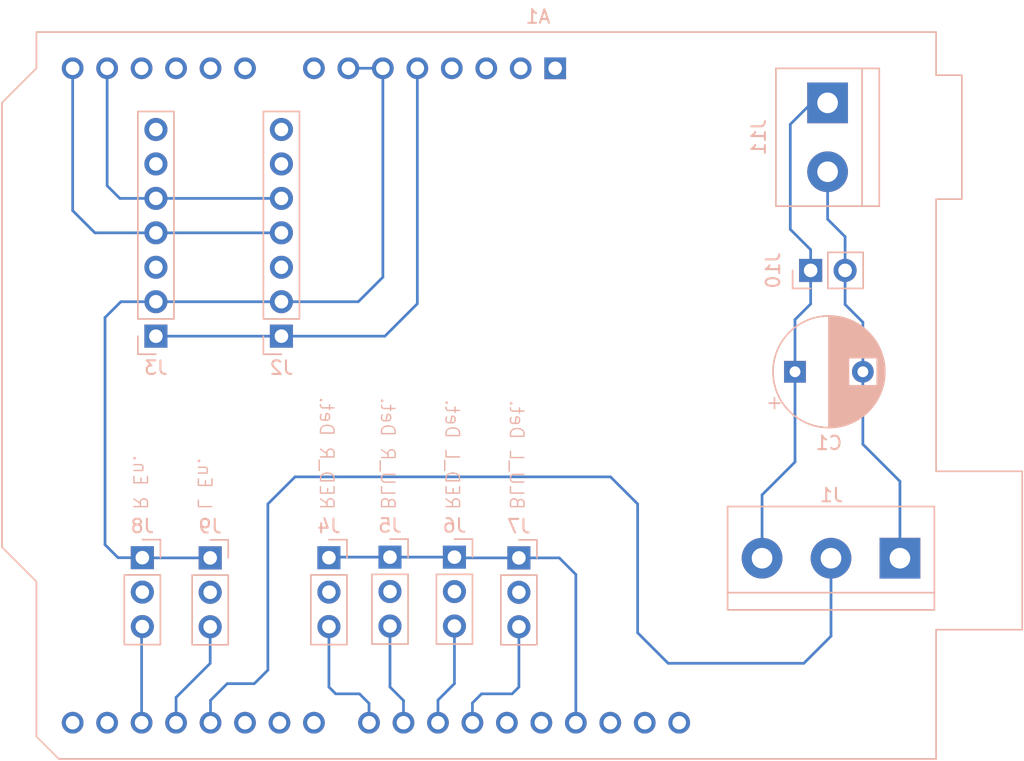
<source format=kicad_pcb>
(kicad_pcb (version 20240108) (generator "pcbnew") (generator_version "8.0")
  (layers (0 "F.Cu" signal) (31 "B.Cu" signal) (34 "B.Paste" user) (35 "F.Paste" user) (36 "B.SilkS" user "B.Silkscreen") (37 "F.SilkS" user "F.Silkscreen") (38 "B.Mask" user) (39 "F.Mask" user) (44 "Edge.Cuts" user))
  (net 0 "")
  (net 3 "RR_PIN")
  (net 6 "GND")
  (net 9 "NEO_DATA")
  (net 10 "SCL")
  (net 11 "5v")
  (net 18 "SDA")
  (net 19 "RL_PIN")
  (net 23 "BR_PIN")
  (net 25 "REN_PIN")
  (net 26 "LEN_PIN")
  (net 28 "BL_PIN")
  (net 37 "5v_EXT")
  (net 44 "GND_EXT")
  (footprint "Connector_PinHeader_2.54mm:PinHeader_1x03_P2.54mm_Vertical" (layer "B.Cu") (at 77.5 86.46 180)
    (property "Reference" "J4" (at 0 2.33 0) (layer "B.SilkS") (effects (justify mirror)))
    (property "Value" "Red_Right_Detect_Pin")
    (fp_line (start 1.33 -1.27) (end -1.33 -1.27) (stroke (width 0.12)) (layer "B.SilkS"))
    (fp_line (start 1.33 -6.41) (end 1.33 -1.27) (stroke (width 0.12)) (layer "B.SilkS"))
    (fp_line (start 1.33 -6.41) (end -1.33 -6.41) (stroke (width 0.12)) (layer "B.SilkS"))
    (fp_line (start 0 1.33) (end -1.33 1.33) (stroke (width 0.12)) (layer "B.SilkS"))
    (fp_line (start -1.33 1.33) (end -1.33 0) (stroke (width 0.12)) (layer "B.SilkS"))
    (fp_line (start -1.33 -6.41) (end -1.33 -1.27) (stroke (width 0.12)) (layer "B.SilkS"))
    (pad "1" thru_hole rect (at 0 0 180) (size 1.7 1.7) (drill 1) (layers "*.Cu" "*.Mask") (net 6 "GND"))
    (pad "2" thru_hole oval (at 0 -2.54 180) (size 1.7 1.7) (drill 1) (layers "*.Cu" "*.Mask"))
    (pad "3" thru_hole oval (at 0 -5.08 180) (size 1.7 1.7) (drill 1) (layers "*.Cu" "*.Mask") (net 3 "RR_PIN"))
  )
  (footprint "Module:Arduino_UNO_R3_WithMountingHoles" (layer "B.Cu") (at 94.175 50.37 180)
    (property "Reference" "A1" (at 1.27 3.81 0) (layer "B.SilkS") (effects (justify mirror)))
    (property "Value" "Arduino_UNO_R3")
    (fp_line (start 40.77 -2.54) (end 40.77 -35.31) (stroke (width 0.12)) (layer "B.SilkS"))
    (fp_line (start 40.77 -35.31) (end 38.23 -37.85) (stroke (width 0.12)) (layer "B.SilkS"))
    (fp_line (start 38.23 2.67) (end 38.23 0) (stroke (width 0.12)) (layer "B.SilkS"))
    (fp_line (start 38.23 0) (end 40.77 -2.54) (stroke (width 0.12)) (layer "B.SilkS"))
    (fp_line (start 38.23 -37.85) (end 38.23 -49.28) (stroke (width 0.12)) (layer "B.SilkS"))
    (fp_line (start 38.23 -49.28) (end 36.58 -50.93) (stroke (width 0.12)) (layer "B.SilkS"))
    (fp_line (start 36.58 -50.93) (end -28.07 -50.93) (stroke (width 0.12)) (layer "B.SilkS"))
    (fp_line (start -28.07 2.67) (end 38.23 2.67) (stroke (width 0.12)) (layer "B.SilkS"))
    (fp_line (start -28.07 -0.51) (end -28.07 2.67) (stroke (width 0.12)) (layer "B.SilkS"))
    (fp_line (start -28.07 -9.65) (end -29.97 -9.65) (stroke (width 0.12)) (layer "B.SilkS"))
    (fp_line (start -28.07 -29.72) (end -28.07 -9.65) (stroke (width 0.12)) (layer "B.SilkS"))
    (fp_line (start -28.07 -41.4) (end -34.42 -41.4) (stroke (width 0.12)) (layer "B.SilkS"))
    (fp_line (start -28.07 -50.93) (end -28.07 -41.4) (stroke (width 0.12)) (layer "B.SilkS"))
    (fp_line (start -29.97 -0.51) (end -28.07 -0.51) (stroke (width 0.12)) (layer "B.SilkS"))
    (fp_line (start -29.97 -9.65) (end -29.97 -0.51) (stroke (width 0.12)) (layer "B.SilkS"))
    (fp_line (start -34.42 -29.72) (end -28.07 -29.72) (stroke (width 0.12)) (layer "B.SilkS"))
    (fp_line (start -34.42 -41.4) (end -34.42 -29.72) (stroke (width 0.12)) (layer "B.SilkS"))
    (pad "" np_thru_hole circle (at -13.97 0 90) (size 3.2 3.2) (drill 3.2) (layers "*.Cu" "*.Mask"))
    (pad "" np_thru_hole circle (at -12.7 -48.26 90) (size 3.2 3.2) (drill 3.2) (layers "*.Cu" "*.Mask"))
    (pad "" np_thru_hole circle (at 38.1 -33.02 90) (size 3.2 3.2) (drill 3.2) (layers "*.Cu" "*.Mask"))
    (pad "" np_thru_hole circle (at 38.1 -5.08 90) (size 3.2 3.2) (drill 3.2) (layers "*.Cu" "*.Mask"))
    (pad "1" thru_hole rect (at 0 0 90) (size 1.6 1.6) (drill 1) (layers "*.Cu" "*.Mask"))
    (pad "2" thru_hole oval (at 2.54 0 90) (size 1.6 1.6) (drill 1) (layers "*.Cu" "*.Mask"))
    (pad "3" thru_hole oval (at 5.08 0 90) (size 1.6 1.6) (drill 1) (layers "*.Cu" "*.Mask"))
    (pad "4" thru_hole oval (at 7.62 0 90) (size 1.6 1.6) (drill 1) (layers "*.Cu" "*.Mask"))
    (pad "5" thru_hole oval (at 10.16 0 90) (size 1.6 1.6) (drill 1) (layers "*.Cu" "*.Mask") (net 11 "5v"))
    (pad "6" thru_hole oval (at 12.7 0 90) (size 1.6 1.6) (drill 1) (layers "*.Cu" "*.Mask") (net 6 "GND"))
    (pad "7" thru_hole oval (at 15.24 0 90) (size 1.6 1.6) (drill 1) (layers "*.Cu" "*.Mask") (net 6 "GND"))
    (pad "8" thru_hole oval (at 17.78 0 90) (size 1.6 1.6) (drill 1) (layers "*.Cu" "*.Mask"))
    (pad "9" thru_hole oval (at 22.86 0 90) (size 1.6 1.6) (drill 1) (layers "*.Cu" "*.Mask"))
    (pad "10" thru_hole oval (at 25.4 0 90) (size 1.6 1.6) (drill 1) (layers "*.Cu" "*.Mask"))
    (pad "11" thru_hole oval (at 27.94 0 90) (size 1.6 1.6) (drill 1) (layers "*.Cu" "*.Mask"))
    (pad "12" thru_hole oval (at 30.48 0 90) (size 1.6 1.6) (drill 1) (layers "*.Cu" "*.Mask"))
    (pad "13" thru_hole oval (at 33.02 0 90) (size 1.6 1.6) (drill 1) (layers "*.Cu" "*.Mask") (net 18 "SDA"))
    (pad "14" thru_hole oval (at 35.56 0 90) (size 1.6 1.6) (drill 1) (layers "*.Cu" "*.Mask") (net 10 "SCL"))
    (pad "15" thru_hole oval (at 35.56 -48.26 90) (size 1.6 1.6) (drill 1) (layers "*.Cu" "*.Mask"))
    (pad "16" thru_hole oval (at 33.02 -48.26 90) (size 1.6 1.6) (drill 1) (layers "*.Cu" "*.Mask"))
    (pad "17" thru_hole oval (at 30.48 -48.26 90) (size 1.6 1.6) (drill 1) (layers "*.Cu" "*.Mask") (net 25 "REN_PIN"))
    (pad "18" thru_hole oval (at 27.94 -48.26 90) (size 1.6 1.6) (drill 1) (layers "*.Cu" "*.Mask") (net 26 "LEN_PIN"))
    (pad "19" thru_hole oval (at 25.4 -48.26 90) (size 1.6 1.6) (drill 1) (layers "*.Cu" "*.Mask") (net 9 "NEO_DATA"))
    (pad "20" thru_hole oval (at 22.86 -48.26 90) (size 1.6 1.6) (drill 1) (layers "*.Cu" "*.Mask"))
    (pad "21" thru_hole oval (at 20.32 -48.26 90) (size 1.6 1.6) (drill 1) (layers "*.Cu" "*.Mask"))
    (pad "22" thru_hole oval (at 17.78 -48.26 90) (size 1.6 1.6) (drill 1) (layers "*.Cu" "*.Mask"))
    (pad "23" thru_hole oval (at 13.72 -48.26 90) (size 1.6 1.6) (drill 1) (layers "*.Cu" "*.Mask") (net 3 "RR_PIN"))
    (pad "24" thru_hole oval (at 11.18 -48.26 90) (size 1.6 1.6) (drill 1) (layers "*.Cu" "*.Mask") (net 23 "BR_PIN"))
    (pad "25" thru_hole oval (at 8.64 -48.26 90) (size 1.6 1.6) (drill 1) (layers "*.Cu" "*.Mask") (net 19 "RL_PIN"))
    (pad "26" thru_hole oval (at 6.1 -48.26 90) (size 1.6 1.6) (drill 1) (layers "*.Cu" "*.Mask") (net 28 "BL_PIN"))
    (pad "27" thru_hole oval (at 3.56 -48.26 90) (size 1.6 1.6) (drill 1) (layers "*.Cu" "*.Mask"))
    (pad "28" thru_hole oval (at 1.02 -48.26 90) (size 1.6 1.6) (drill 1) (layers "*.Cu" "*.Mask"))
    (pad "29" thru_hole oval (at -1.52 -48.26 90) (size 1.6 1.6) (drill 1) (layers "*.Cu" "*.Mask") (net 6 "GND"))
    (pad "30" thru_hole oval (at -4.06 -48.26 90) (size 1.6 1.6) (drill 1) (layers "*.Cu" "*.Mask"))
    (pad "31" thru_hole oval (at -6.6 -48.26 90) (size 1.6 1.6) (drill 1) (layers "*.Cu" "*.Mask"))
    (pad "32" thru_hole oval (at -9.14 -48.26 90) (size 1.6 1.6) (drill 1) (layers "*.Cu" "*.Mask"))
  )
  (footprint "Connector_PinHeader_2.54mm:PinHeader_1x03_P2.54mm_Vertical" (layer "B.Cu") (at 63.75 86.46 180)
    (property "Reference" "J8" (at 0 2.33 360) (layer "B.SilkS") (effects (justify mirror)))
    (property "Value" "Right_Enable_Pin")
    (fp_line (start 1.33 -1.27) (end -1.33 -1.27) (stroke (width 0.12)) (layer "B.SilkS"))
    (fp_line (start 1.33 -6.41) (end 1.33 -1.27) (stroke (width 0.12)) (layer "B.SilkS"))
    (fp_line (start 1.33 -6.41) (end -1.33 -6.41) (stroke (width 0.12)) (layer "B.SilkS"))
    (fp_line (start 0 1.33) (end -1.33 1.33) (stroke (width 0.12)) (layer "B.SilkS"))
    (fp_line (start -1.33 1.33) (end -1.33 0) (stroke (width 0.12)) (layer "B.SilkS"))
    (fp_line (start -1.33 -6.41) (end -1.33 -1.27) (stroke (width 0.12)) (layer "B.SilkS"))
    (pad "1" thru_hole rect (at 0 0 180) (size 1.7 1.7) (drill 1) (layers "*.Cu" "*.Mask") (net 6 "GND"))
    (pad "2" thru_hole oval (at 0 -2.54 180) (size 1.7 1.7) (drill 1) (layers "*.Cu" "*.Mask"))
    (pad "3" thru_hole oval (at 0 -5.08 180) (size 1.7 1.7) (drill 1) (layers "*.Cu" "*.Mask") (net 25 "REN_PIN"))
  )
  (footprint "Connector_PinHeader_2.54mm:PinHeader_1x07_P2.54mm_Vertical" (layer "B.Cu") (at 64.75 70.125)
    (property "Reference" "J3" (at 0 2.33 360) (layer "B.SilkS") (effects (justify mirror)))
    (property "Value" "Right_Colour_Sensor")
    (fp_line (start -1.33 -16.57) (end -1.33 -1.27) (stroke (width 0.12)) (layer "B.SilkS"))
    (fp_line (start -1.33 1.33) (end -1.33 0) (stroke (width 0.12)) (layer "B.SilkS"))
    (fp_line (start 0 1.33) (end -1.33 1.33) (stroke (width 0.12)) (layer "B.SilkS"))
    (fp_line (start 1.33 -16.57) (end -1.33 -16.57) (stroke (width 0.12)) (layer "B.SilkS"))
    (fp_line (start 1.33 -16.57) (end 1.33 -1.27) (stroke (width 0.12)) (layer "B.SilkS"))
    (fp_line (start 1.33 -1.27) (end -1.33 -1.27) (stroke (width 0.12)) (layer "B.SilkS"))
    (pad "1" thru_hole rect (at 0 0) (size 1.7 1.7) (drill 1) (layers "*.Cu" "*.Mask") (net 11 "5v"))
    (pad "2" thru_hole oval (at 0 -2.54) (size 1.7 1.7) (drill 1) (layers "*.Cu" "*.Mask") (net 6 "GND"))
    (pad "3" thru_hole oval (at 0 -5.08) (size 1.7 1.7) (drill 1) (layers "*.Cu" "*.Mask"))
    (pad "4" thru_hole oval (at 0 -7.62) (size 1.7 1.7) (drill 1) (layers "*.Cu" "*.Mask") (net 10 "SCL"))
    (pad "5" thru_hole oval (at 0 -10.16) (size 1.7 1.7) (drill 1) (layers "*.Cu" "*.Mask") (net 18 "SDA"))
    (pad "6" thru_hole oval (at 0 -12.7) (size 1.7 1.7) (drill 1) (layers "*.Cu" "*.Mask"))
    (pad "7" thru_hole oval (at 0 -15.24) (size 1.7 1.7) (drill 1) (layers "*.Cu" "*.Mask"))
  )
  (footprint "Connector_PinHeader_2.54mm:PinHeader_1x03_P2.54mm_Vertical" (layer "B.Cu") (at 91.5 86.475 180)
    (property "Reference" "J7" (at 0 2.33 0) (layer "B.SilkS") (effects (justify mirror)))
    (property "Value" "Blue_Left_Detect_Pin")
    (fp_line (start 1.33 -1.27) (end -1.33 -1.27) (stroke (width 0.12)) (layer "B.SilkS"))
    (fp_line (start 1.33 -6.41) (end 1.33 -1.27) (stroke (width 0.12)) (layer "B.SilkS"))
    (fp_line (start 1.33 -6.41) (end -1.33 -6.41) (stroke (width 0.12)) (layer "B.SilkS"))
    (fp_line (start 0 1.33) (end -1.33 1.33) (stroke (width 0.12)) (layer "B.SilkS"))
    (fp_line (start -1.33 1.33) (end -1.33 0) (stroke (width 0.12)) (layer "B.SilkS"))
    (fp_line (start -1.33 -6.41) (end -1.33 -1.27) (stroke (width 0.12)) (layer "B.SilkS"))
    (pad "1" thru_hole rect (at 0 0 180) (size 1.7 1.7) (drill 1) (layers "*.Cu" "*.Mask") (net 6 "GND"))
    (pad "2" thru_hole oval (at 0 -2.54 180) (size 1.7 1.7) (drill 1) (layers "*.Cu" "*.Mask"))
    (pad "3" thru_hole oval (at 0 -5.08 180) (size 1.7 1.7) (drill 1) (layers "*.Cu" "*.Mask") (net 28 "BL_PIN"))
  )
  (footprint "Connector_PinHeader_2.54mm:PinHeader_1x07_P2.54mm_Vertical" (layer "B.Cu") (at 74 70.125)
    (property "Reference" "J2" (at 0 2.33 360) (layer "B.SilkS") (effects (justify mirror)))
    (property "Value" "Left_Colour_Sensor")
    (fp_line (start -1.33 -16.57) (end -1.33 -1.27) (stroke (width 0.12)) (layer "B.SilkS"))
    (fp_line (start -1.33 1.33) (end -1.33 0) (stroke (width 0.12)) (layer "B.SilkS"))
    (fp_line (start 0 1.33) (end -1.33 1.33) (stroke (width 0.12)) (layer "B.SilkS"))
    (fp_line (start 1.33 -16.57) (end -1.33 -16.57) (stroke (width 0.12)) (layer "B.SilkS"))
    (fp_line (start 1.33 -16.57) (end 1.33 -1.27) (stroke (width 0.12)) (layer "B.SilkS"))
    (fp_line (start 1.33 -1.27) (end -1.33 -1.27) (stroke (width 0.12)) (layer "B.SilkS"))
    (pad "1" thru_hole rect (at 0 0) (size 1.7 1.7) (drill 1) (layers "*.Cu" "*.Mask") (net 11 "5v"))
    (pad "2" thru_hole oval (at 0 -2.54) (size 1.7 1.7) (drill 1) (layers "*.Cu" "*.Mask") (net 6 "GND"))
    (pad "3" thru_hole oval (at 0 -5.08) (size 1.7 1.7) (drill 1) (layers "*.Cu" "*.Mask"))
    (pad "4" thru_hole oval (at 0 -7.62) (size 1.7 1.7) (drill 1) (layers "*.Cu" "*.Mask") (net 10 "SCL"))
    (pad "5" thru_hole oval (at 0 -10.16) (size 1.7 1.7) (drill 1) (layers "*.Cu" "*.Mask") (net 18 "SDA"))
    (pad "6" thru_hole oval (at 0 -12.7) (size 1.7 1.7) (drill 1) (layers "*.Cu" "*.Mask"))
    (pad "7" thru_hole oval (at 0 -15.24) (size 1.7 1.7) (drill 1) (layers "*.Cu" "*.Mask"))
  )
  (footprint "Connector_PinHeader_2.54mm:PinHeader_1x03_P2.54mm_Vertical" (layer "B.Cu") (at 86.75 86.42 180)
    (property "Reference" "J6" (at 0 2.33 0) (layer "B.SilkS") (effects (justify mirror)))
    (property "Value" "Red_Left_Detect_Pin")
    (fp_line (start 1.33 -1.27) (end -1.33 -1.27) (stroke (width 0.12)) (layer "B.SilkS"))
    (fp_line (start 1.33 -6.41) (end 1.33 -1.27) (stroke (width 0.12)) (layer "B.SilkS"))
    (fp_line (start 1.33 -6.41) (end -1.33 -6.41) (stroke (width 0.12)) (layer "B.SilkS"))
    (fp_line (start 0 1.33) (end -1.33 1.33) (stroke (width 0.12)) (layer "B.SilkS"))
    (fp_line (start -1.33 1.33) (end -1.33 0) (stroke (width 0.12)) (layer "B.SilkS"))
    (fp_line (start -1.33 -6.41) (end -1.33 -1.27) (stroke (width 0.12)) (layer "B.SilkS"))
    (pad "1" thru_hole rect (at 0 0 180) (size 1.7 1.7) (drill 1) (layers "*.Cu" "*.Mask") (net 6 "GND"))
    (pad "2" thru_hole oval (at 0 -2.54 180) (size 1.7 1.7) (drill 1) (layers "*.Cu" "*.Mask"))
    (pad "3" thru_hole oval (at 0 -5.08 180) (size 1.7 1.7) (drill 1) (layers "*.Cu" "*.Mask") (net 19 "RL_PIN"))
  )
  (footprint "Connector_PinHeader_2.54mm:PinHeader_1x03_P2.54mm_Vertical" (layer "B.Cu") (at 82 86.42 180)
    (property "Reference" "J5" (at 0 2.33 0) (layer "B.SilkS") (effects (justify mirror)))
    (property "Value" "Blue_Right_Detect_Pin")
    (fp_line (start 1.33 -1.27) (end -1.33 -1.27) (stroke (width 0.12)) (layer "B.SilkS"))
    (fp_line (start 1.33 -6.41) (end 1.33 -1.27) (stroke (width 0.12)) (layer "B.SilkS"))
    (fp_line (start 1.33 -6.41) (end -1.33 -6.41) (stroke (width 0.12)) (layer "B.SilkS"))
    (fp_line (start 0 1.33) (end -1.33 1.33) (stroke (width 0.12)) (layer "B.SilkS"))
    (fp_line (start -1.33 1.33) (end -1.33 0) (stroke (width 0.12)) (layer "B.SilkS"))
    (fp_line (start -1.33 -6.41) (end -1.33 -1.27) (stroke (width 0.12)) (layer "B.SilkS"))
    (pad "1" thru_hole rect (at 0 0 180) (size 1.7 1.7) (drill 1) (layers "*.Cu" "*.Mask") (net 6 "GND"))
    (pad "2" thru_hole oval (at 0 -2.54 180) (size 1.7 1.7) (drill 1) (layers "*.Cu" "*.Mask"))
    (pad "3" thru_hole oval (at 0 -5.08 180) (size 1.7 1.7) (drill 1) (layers "*.Cu" "*.Mask") (net 23 "BR_PIN"))
  )
  (footprint "TerminalBlock:TerminalBlock_bornier-3_P5.08mm" (layer "B.Cu") (at 119.58 86.5 180)
    (property "Reference" "J1" (at 5.05 4.65 360) (layer "B.SilkS") (effects (justify mirror)))
    (property "Value" "LED_Strip")
    (fp_line (start 12.7 3.81) (end 12.7 -3.81) (stroke (width 0.12)) (layer "B.SilkS"))
    (fp_line (start 12.7 3.81) (end -2.54 3.81) (stroke (width 0.12)) (layer "B.SilkS"))
    (fp_line (start 12.7 -2.54) (end -2.54 -2.54) (stroke (width 0.12)) (layer "B.SilkS"))
    (fp_line (start 12.7 -3.81) (end -2.54 -3.81) (stroke (width 0.12)) (layer "B.SilkS"))
    (fp_line (start -2.54 3.81) (end -2.54 -3.81) (stroke (width 0.12)) (layer "B.SilkS"))
    (pad "1" thru_hole rect (at 0 0 180) (size 3 3) (drill 1.52) (layers "*.Cu" "*.Mask") (net 44 "GND_EXT"))
    (pad "2" thru_hole circle (at 5.08 0 180) (size 3 3) (drill 1.52) (layers "*.Cu" "*.Mask") (net 9 "NEO_DATA"))
    (pad "3" thru_hole circle (at 10.16 0 180) (size 3 3) (drill 1.52) (layers "*.Cu" "*.Mask") (net 37 "5v_EXT"))
  )
  (footprint "TerminalBlock:TerminalBlock_bornier-2_P5.08mm" (layer "B.Cu") (at 114.25 52.92 -90)
    (property "Reference" "J11" (at 2.54 5.08 90) (layer "B.SilkS") (effects (justify mirror)))
    (property "Value" "Arduino_Strip_Vin_Terminal")
    (fp_line (start -2.54 3.81) (end 7.62 3.81) (stroke (width 0.12)) (layer "B.SilkS"))
    (fp_line (start 7.62 3.81) (end 7.62 -3.81) (stroke (width 0.12)) (layer "B.SilkS"))
    (fp_line (start -2.54 -2.54) (end 7.62 -2.54) (stroke (width 0.12)) (layer "B.SilkS"))
    (fp_line (start -2.54 -3.81) (end -2.54 3.81) (stroke (width 0.12)) (layer "B.SilkS"))
    (fp_line (start 7.62 -3.81) (end -2.54 -3.81) (stroke (width 0.12)) (layer "B.SilkS"))
    (pad "1" thru_hole rect (at 0 0 270) (size 3 3) (drill 1.52) (layers "*.Cu" "*.Mask") (net 37 "5v_EXT"))
    (pad "2" thru_hole circle (at 5.08 0 270) (size 3 3) (drill 1.52) (layers "*.Cu" "*.Mask") (net 44 "GND_EXT"))
  )
  (footprint "Connector_PinHeader_2.54mm:PinHeader_1x03_P2.54mm_Vertical" (layer "B.Cu") (at 68.75 86.475 180)
    (property "Reference" "J9" (at 0 2.33 360) (layer "B.SilkS") (effects (justify mirror)))
    (property "Value" "Left_Enable_Pin")
    (fp_line (start 1.33 -1.27) (end -1.33 -1.27) (stroke (width 0.12)) (layer "B.SilkS"))
    (fp_line (start 1.33 -6.41) (end 1.33 -1.27) (stroke (width 0.12)) (layer "B.SilkS"))
    (fp_line (start 1.33 -6.41) (end -1.33 -6.41) (stroke (width 0.12)) (layer "B.SilkS"))
    (fp_line (start 0 1.33) (end -1.33 1.33) (stroke (width 0.12)) (layer "B.SilkS"))
    (fp_line (start -1.33 1.33) (end -1.33 0) (stroke (width 0.12)) (layer "B.SilkS"))
    (fp_line (start -1.33 -6.41) (end -1.33 -1.27) (stroke (width 0.12)) (layer "B.SilkS"))
    (pad "1" thru_hole rect (at 0 0 180) (size 1.7 1.7) (drill 1) (layers "*.Cu" "*.Mask") (net 6 "GND"))
    (pad "2" thru_hole oval (at 0 -2.54 180) (size 1.7 1.7) (drill 1) (layers "*.Cu" "*.Mask"))
    (pad "3" thru_hole oval (at 0 -5.08 180) (size 1.7 1.7) (drill 1) (layers "*.Cu" "*.Mask") (net 26 "LEN_PIN"))
  )
  (footprint "Connector_PinSocket_2.54mm:PinSocket_1x02_P2.54mm_Vertical" (layer "B.Cu") (at 113 65.275 -90)
    (property "Reference" "J10" (at 0 2.77 90) (layer "B.SilkS") (effects (justify mirror)))
    (property "Value" "Arduino_Strip_Vin_Header")
    (fp_line (start 1.33 1.33) (end 0 1.33) (stroke (width 0.12)) (layer "B.SilkS"))
    (fp_line (start 1.33 0) (end 1.33 1.33) (stroke (width 0.12)) (layer "B.SilkS"))
    (fp_line (start 1.33 -1.27) (end -1.33 -1.27) (stroke (width 0.12)) (layer "B.SilkS"))
    (fp_line (start -1.33 -3.87) (end -1.33 -1.27) (stroke (width 0.12)) (layer "B.SilkS"))
    (fp_line (start 1.33 -3.87) (end 1.33 -1.27) (stroke (width 0.12)) (layer "B.SilkS"))
    (fp_line (start 1.33 -3.87) (end -1.33 -3.87) (stroke (width 0.12)) (layer "B.SilkS"))
    (pad "1" thru_hole rect (at 0 0 270) (size 1.7 1.7) (drill 1) (layers "*.Cu" "*.Mask") (net 37 "5v_EXT"))
    (pad "2" thru_hole oval (at 0 -2.54 270) (size 1.7 1.7) (drill 1) (layers "*.Cu" "*.Mask") (net 44 "GND_EXT"))
  )
  (footprint "Capacitor_THT:CP_Radial_D8.0mm_P5.00mm" (layer "B.Cu") (at 111.847349 72.75)
    (property "Reference" "C1" (at 2.5 5.25 360) (layer "B.SilkS") (effects (justify mirror)))
    (property "Value" "100uf")
    (fp_line (start -1.509698 1.915) (end -1.509698 2.715) (stroke (width 0.12)) (layer "B.SilkS"))
    (fp_line (start -1.109698 2.315) (end -1.909698 2.315) (stroke (width 0.12)) (layer "B.SilkS"))
    (fp_line (start 2.5 -4.08) (end 2.5 4.08) (stroke (width 0.12)) (layer "B.SilkS"))
    (fp_line (start 2.54 -4.08) (end 2.54 4.08) (stroke (width 0.12)) (layer "B.SilkS"))
    (fp_line (start 2.58 -4.08) (end 2.58 4.08) (stroke (width 0.12)) (layer "B.SilkS"))
    (fp_line (start 2.62 -4.079) (end 2.62 4.079) (stroke (width 0.12)) (layer "B.SilkS"))
    (fp_line (start 2.66 -4.077) (end 2.66 4.077) (stroke (width 0.12)) (layer "B.SilkS"))
    (fp_line (start 2.7 -4.076) (end 2.7 4.076) (stroke (width 0.12)) (layer "B.SilkS"))
    (fp_line (start 2.74 -4.074) (end 2.74 4.074) (stroke (width 0.12)) (layer "B.SilkS"))
    (fp_line (start 2.78 -4.071) (end 2.78 4.071) (stroke (width 0.12)) (layer "B.SilkS"))
    (fp_line (start 2.82 -4.068) (end 2.82 4.068) (stroke (width 0.12)) (layer "B.SilkS"))
    (fp_line (start 2.86 -4.065) (end 2.86 4.065) (stroke (width 0.12)) (layer "B.SilkS"))
    (fp_line (start 2.9 -4.061) (end 2.9 4.061) (stroke (width 0.12)) (layer "B.SilkS"))
    (fp_line (start 2.94 -4.057) (end 2.94 4.057) (stroke (width 0.12)) (layer "B.SilkS"))
    (fp_line (start 2.98 -4.052) (end 2.98 4.052) (stroke (width 0.12)) (layer "B.SilkS"))
    (fp_line (start 3.02 -4.048) (end 3.02 4.048) (stroke (width 0.12)) (layer "B.SilkS"))
    (fp_line (start 3.06 -4.042) (end 3.06 4.042) (stroke (width 0.12)) (layer "B.SilkS"))
    (fp_line (start 3.1 -4.037) (end 3.1 4.037) (stroke (width 0.12)) (layer "B.SilkS"))
    (fp_line (start 3.14 -4.03) (end 3.14 4.03) (stroke (width 0.12)) (layer "B.SilkS"))
    (fp_line (start 3.18 -4.024) (end 3.18 4.024) (stroke (width 0.12)) (layer "B.SilkS"))
    (fp_line (start 3.221 -4.017) (end 3.221 4.017) (stroke (width 0.12)) (layer "B.SilkS"))
    (fp_line (start 3.261 -4.01) (end 3.261 4.01) (stroke (width 0.12)) (layer "B.SilkS"))
    (fp_line (start 3.301 -4.002) (end 3.301 4.002) (stroke (width 0.12)) (layer "B.SilkS"))
    (fp_line (start 3.341 -3.994) (end 3.341 3.994) (stroke (width 0.12)) (layer "B.SilkS"))
    (fp_line (start 3.381 -3.985) (end 3.381 3.985) (stroke (width 0.12)) (layer "B.SilkS"))
    (fp_line (start 3.421 -3.976) (end 3.421 3.976) (stroke (width 0.12)) (layer "B.SilkS"))
    (fp_line (start 3.461 -3.967) (end 3.461 3.967) (stroke (width 0.12)) (layer "B.SilkS"))
    (fp_line (start 3.501 -3.957) (end 3.501 3.957) (stroke (width 0.12)) (layer "B.SilkS"))
    (fp_line (start 3.541 -3.947) (end 3.541 3.947) (stroke (width 0.12)) (layer "B.SilkS"))
    (fp_line (start 3.581 -3.936) (end 3.581 3.936) (stroke (width 0.12)) (layer "B.SilkS"))
    (fp_line (start 3.621 -3.925) (end 3.621 3.925) (stroke (width 0.12)) (layer "B.SilkS"))
    (fp_line (start 3.661 -3.914) (end 3.661 3.914) (stroke (width 0.12)) (layer "B.SilkS"))
    (fp_line (start 3.701 -3.902) (end 3.701 3.902) (stroke (width 0.12)) (layer "B.SilkS"))
    (fp_line (start 3.741 -3.889) (end 3.741 3.889) (stroke (width 0.12)) (layer "B.SilkS"))
    (fp_line (start 3.781 -3.877) (end 3.781 3.877) (stroke (width 0.12)) (layer "B.SilkS"))
    (fp_line (start 3.821 -3.863) (end 3.821 3.863) (stroke (width 0.12)) (layer "B.SilkS"))
    (fp_line (start 3.861 -3.85) (end 3.861 3.85) (stroke (width 0.12)) (layer "B.SilkS"))
    (fp_line (start 3.901 -3.835) (end 3.901 3.835) (stroke (width 0.12)) (layer "B.SilkS"))
    (fp_line (start 3.941 -3.821) (end 3.941 3.821) (stroke (width 0.12)) (layer "B.SilkS"))
    (fp_line (start 3.981 -3.805) (end 3.981 -1.04) (stroke (width 0.12)) (layer "B.SilkS"))
    (fp_line (start 3.981 1.04) (end 3.981 3.805) (stroke (width 0.12)) (layer "B.SilkS"))
    (fp_line (start 4.021 -3.79) (end 4.021 -1.04) (stroke (width 0.12)) (layer "B.SilkS"))
    (fp_line (start 4.021 1.04) (end 4.021 3.79) (stroke (width 0.12)) (layer "B.SilkS"))
    (fp_line (start 4.061 -3.774) (end 4.061 -1.04) (stroke (width 0.12)) (layer "B.SilkS"))
    (fp_line (start 4.061 1.04) (end 4.061 3.774) (stroke (width 0.12)) (layer "B.SilkS"))
    (fp_line (start 4.101 -3.757) (end 4.101 -1.04) (stroke (width 0.12)) (layer "B.SilkS"))
    (fp_line (start 4.101 1.04) (end 4.101 3.757) (stroke (width 0.12)) (layer "B.SilkS"))
    (fp_line (start 4.141 -3.74) (end 4.141 -1.04) (stroke (width 0.12)) (layer "B.SilkS"))
    (fp_line (start 4.141 1.04) (end 4.141 3.74) (stroke (width 0.12)) (layer "B.SilkS"))
    (fp_line (start 4.181 -3.722) (end 4.181 -1.04) (stroke (width 0.12)) (layer "B.SilkS"))
    (fp_line (start 4.181 1.04) (end 4.181 3.722) (stroke (width 0.12)) (layer "B.SilkS"))
    (fp_line (start 4.221 -3.704) (end 4.221 -1.04) (stroke (width 0.12)) (layer "B.SilkS"))
    (fp_line (start 4.221 1.04) (end 4.221 3.704) (stroke (width 0.12)) (layer "B.SilkS"))
    (fp_line (start 4.261 -3.686) (end 4.261 -1.04) (stroke (width 0.12)) (layer "B.SilkS"))
    (fp_line (start 4.261 1.04) (end 4.261 3.686) (stroke (width 0.12)) (layer "B.SilkS"))
    (fp_line (start 4.301 -3.666) (end 4.301 -1.04) (stroke (width 0.12)) (layer "B.SilkS"))
    (fp_line (start 4.301 1.04) (end 4.301 3.666) (stroke (width 0.12)) (layer "B.SilkS"))
    (fp_line (start 4.341 -3.647) (end 4.341 -1.04) (stroke (width 0.12)) (layer "B.SilkS"))
    (fp_line (start 4.341 1.04) (end 4.341 3.647) (stroke (width 0.12)) (layer "B.SilkS"))
    (fp_line (start 4.381 -3.627) (end 4.381 -1.04) (stroke (width 0.12)) (layer "B.SilkS"))
    (fp_line (start 4.381 1.04) (end 4.381 3.627) (stroke (width 0.12)) (layer "B.SilkS"))
    (fp_line (start 4.421 -3.606) (end 4.421 -1.04) (stroke (width 0.12)) (layer "B.SilkS"))
    (fp_line (start 4.421 1.04) (end 4.421 3.606) (stroke (width 0.12)) (layer "B.SilkS"))
    (fp_line (start 4.461 -3.584) (end 4.461 -1.04) (stroke (width 0.12)) (layer "B.SilkS"))
    (fp_line (start 4.461 1.04) (end 4.461 3.584) (stroke (width 0.12)) (layer "B.SilkS"))
    (fp_line (start 4.501 -3.562) (end 4.501 -1.04) (stroke (width 0.12)) (layer "B.SilkS"))
    (fp_line (start 4.501 1.04) (end 4.501 3.562) (stroke (width 0.12)) (layer "B.SilkS"))
    (fp_line (start 4.541 -3.54) (end 4.541 -1.04) (stroke (width 0.12)) (layer "B.SilkS"))
    (fp_line (start 4.541 1.04) (end 4.541 3.54) (stroke (width 0.12)) (layer "B.SilkS"))
    (fp_line (start 4.581 -3.517) (end 4.581 -1.04) (stroke (width 0.12)) (layer "B.SilkS"))
    (fp_line (start 4.581 1.04) (end 4.581 3.517) (stroke (width 0.12)) (layer "B.SilkS"))
    (fp_line (start 4.621 -3.493) (end 4.621 -1.04) (stroke (width 0.12)) (layer "B.SilkS"))
    (fp_line (start 4.621 1.04) (end 4.621 3.493) (stroke (width 0.12)) (layer "B.SilkS"))
    (fp_line (start 4.661 -3.469) (end 4.661 -1.04) (stroke (width 0.12)) (layer "B.SilkS"))
    (fp_line (start 4.661 1.04) (end 4.661 3.469) (stroke (width 0.12)) (layer "B.SilkS"))
    (fp_line (start 4.701 -3.444) (end 4.701 -1.04) (stroke (width 0.12)) (layer "B.SilkS"))
    (fp_line (start 4.701 1.04) (end 4.701 3.444) (stroke (width 0.12)) (layer "B.SilkS"))
    (fp_line (start 4.741 -3.418) (end 4.741 -1.04) (stroke (width 0.12)) (layer "B.SilkS"))
    (fp_line (start 4.741 1.04) (end 4.741 3.418) (stroke (width 0.12)) (layer "B.SilkS"))
    (fp_line (start 4.781 -3.392) (end 4.781 -1.04) (stroke (width 0.12)) (layer "B.SilkS"))
    (fp_line (start 4.781 1.04) (end 4.781 3.392) (stroke (width 0.12)) (layer "B.SilkS"))
    (fp_line (start 4.821 -3.365) (end 4.821 -1.04) (stroke (width 0.12)) (layer "B.SilkS"))
    (fp_line (start 4.821 1.04) (end 4.821 3.365) (stroke (width 0.12)) (layer "B.SilkS"))
    (fp_line (start 4.861 -3.338) (end 4.861 -1.04) (stroke (width 0.12)) (layer "B.SilkS"))
    (fp_line (start 4.861 1.04) (end 4.861 3.338) (stroke (width 0.12)) (layer "B.SilkS"))
    (fp_line (start 4.901 -3.309) (end 4.901 -1.04) (stroke (width 0.12)) (layer "B.SilkS"))
    (fp_line (start 4.901 1.04) (end 4.901 3.309) (stroke (width 0.12)) (layer "B.SilkS"))
    (fp_line (start 4.941 -3.28) (end 4.941 -1.04) (stroke (width 0.12)) (layer "B.SilkS"))
    (fp_line (start 4.941 1.04) (end 4.941 3.28) (stroke (width 0.12)) (layer "B.SilkS"))
    (fp_line (start 4.981 -3.25) (end 4.981 -1.04) (stroke (width 0.12)) (layer "B.SilkS"))
    (fp_line (start 4.981 1.04) (end 4.981 3.25) (stroke (width 0.12)) (layer "B.SilkS"))
    (fp_line (start 5.021 -3.22) (end 5.021 -1.04) (stroke (width 0.12)) (layer "B.SilkS"))
    (fp_line (start 5.021 1.04) (end 5.021 3.22) (stroke (width 0.12)) (layer "B.SilkS"))
    (fp_line (start 5.061 -3.189) (end 5.061 -1.04) (stroke (width 0.12)) (layer "B.SilkS"))
    (fp_line (start 5.061 1.04) (end 5.061 3.189) (stroke (width 0.12)) (layer "B.SilkS"))
    (fp_line (start 5.101 -3.156) (end 5.101 -1.04) (stroke (width 0.12)) (layer "B.SilkS"))
    (fp_line (start 5.101 1.04) (end 5.101 3.156) (stroke (width 0.12)) (layer "B.SilkS"))
    (fp_line (start 5.141 -3.124) (end 5.141 -1.04) (stroke (width 0.12)) (layer "B.SilkS"))
    (fp_line (start 5.141 1.04) (end 5.141 3.124) (stroke (width 0.12)) (layer "B.SilkS"))
    (fp_line (start 5.181 -3.09) (end 5.181 -1.04) (stroke (width 0.12)) (layer "B.SilkS"))
    (fp_line (start 5.181 1.04) (end 5.181 3.09) (stroke (width 0.12)) (layer "B.SilkS"))
    (fp_line (start 5.221 -3.055) (end 5.221 -1.04) (stroke (width 0.12)) (layer "B.SilkS"))
    (fp_line (start 5.221 1.04) (end 5.221 3.055) (stroke (width 0.12)) (layer "B.SilkS"))
    (fp_line (start 5.261 -3.019) (end 5.261 -1.04) (stroke (width 0.12)) (layer "B.SilkS"))
    (fp_line (start 5.261 1.04) (end 5.261 3.019) (stroke (width 0.12)) (layer "B.SilkS"))
    (fp_line (start 5.301 -2.983) (end 5.301 -1.04) (stroke (width 0.12)) (layer "B.SilkS"))
    (fp_line (start 5.301 1.04) (end 5.301 2.983) (stroke (width 0.12)) (layer "B.SilkS"))
    (fp_line (start 5.341 -2.945) (end 5.341 -1.04) (stroke (width 0.12)) (layer "B.SilkS"))
    (fp_line (start 5.341 1.04) (end 5.341 2.945) (stroke (width 0.12)) (layer "B.SilkS"))
    (fp_line (start 5.381 -2.907) (end 5.381 -1.04) (stroke (width 0.12)) (layer "B.SilkS"))
    (fp_line (start 5.381 1.04) (end 5.381 2.907) (stroke (width 0.12)) (layer "B.SilkS"))
    (fp_line (start 5.421 -2.867) (end 5.421 -1.04) (stroke (width 0.12)) (layer "B.SilkS"))
    (fp_line (start 5.421 1.04) (end 5.421 2.867) (stroke (width 0.12)) (layer "B.SilkS"))
    (fp_line (start 5.461 -2.826) (end 5.461 -1.04) (stroke (width 0.12)) (layer "B.SilkS"))
    (fp_line (start 5.461 1.04) (end 5.461 2.826) (stroke (width 0.12)) (layer "B.SilkS"))
    (fp_line (start 5.501 -2.784) (end 5.501 -1.04) (stroke (width 0.12)) (layer "B.SilkS"))
    (fp_line (start 5.501 1.04) (end 5.501 2.784) (stroke (width 0.12)) (layer "B.SilkS"))
    (fp_line (start 5.541 -2.741) (end 5.541 -1.04) (stroke (width 0.12)) (layer "B.SilkS"))
    (fp_line (start 5.541 1.04) (end 5.541 2.741) (stroke (width 0.12)) (layer "B.SilkS"))
    (fp_line (start 5.581 -2.697) (end 5.581 -1.04) (stroke (width 0.12)) (layer "B.SilkS"))
    (fp_line (start 5.581 1.04) (end 5.581 2.697) (stroke (width 0.12)) (layer "B.SilkS"))
    (fp_line (start 5.621 -2.651) (end 5.621 -1.04) (stroke (width 0.12)) (layer "B.SilkS"))
    (fp_line (start 5.621 1.04) (end 5.621 2.651) (stroke (width 0.12)) (layer "B.SilkS"))
    (fp_line (start 5.661 -2.604) (end 5.661 -1.04) (stroke (width 0.12)) (layer "B.SilkS"))
    (fp_line (start 5.661 1.04) (end 5.661 2.604) (stroke (width 0.12)) (layer "B.SilkS"))
    (fp_line (start 5.701 -2.556) (end 5.701 -1.04) (stroke (width 0.12)) (layer "B.SilkS"))
    (fp_line (start 5.701 1.04) (end 5.701 2.556) (stroke (width 0.12)) (layer "B.SilkS"))
    (fp_line (start 5.741 -2.505) (end 5.741 -1.04) (stroke (width 0.12)) (layer "B.SilkS"))
    (fp_line (start 5.741 1.04) (end 5.741 2.505) (stroke (width 0.12)) (layer "B.SilkS"))
    (fp_line (start 5.781 -2.454) (end 5.781 -1.04) (stroke (width 0.12)) (layer "B.SilkS"))
    (fp_line (start 5.781 1.04) (end 5.781 2.454) (stroke (width 0.12)) (layer "B.SilkS"))
    (fp_line (start 5.821 -2.4) (end 5.821 -1.04) (stroke (width 0.12)) (layer "B.SilkS"))
    (fp_line (start 5.821 1.04) (end 5.821 2.4) (stroke (width 0.12)) (layer "B.SilkS"))
    (fp_line (start 5.861 -2.345) (end 5.861 -1.04) (stroke (width 0.12)) (layer "B.SilkS"))
    (fp_line (start 5.861 1.04) (end 5.861 2.345) (stroke (width 0.12)) (layer "B.SilkS"))
    (fp_line (start 5.901 -2.287) (end 5.901 -1.04) (stroke (width 0.12)) (layer "B.SilkS"))
    (fp_line (start 5.901 1.04) (end 5.901 2.287) (stroke (width 0.12)) (layer "B.SilkS"))
    (fp_line (start 5.941 -2.228) (end 5.941 -1.04) (stroke (width 0.12)) (layer "B.SilkS"))
    (fp_line (start 5.941 1.04) (end 5.941 2.228) (stroke (width 0.12)) (layer "B.SilkS"))
    (fp_line (start 5.981 -2.166) (end 5.981 -1.04) (stroke (width 0.12)) (layer "B.SilkS"))
    (fp_line (start 5.981 1.04) (end 5.981 2.166) (stroke (width 0.12)) (layer "B.SilkS"))
    (fp_line (start 6.021 -2.102) (end 6.021 -1.04) (stroke (width 0.12)) (layer "B.SilkS"))
    (fp_line (start 6.021 1.04) (end 6.021 2.102) (stroke (width 0.12)) (layer "B.SilkS"))
    (fp_line (start 6.061 -2.034) (end 6.061 2.034) (stroke (width 0.12)) (layer "B.SilkS"))
    (fp_line (start 6.101 -1.964) (end 6.101 1.964) (stroke (width 0.12)) (layer "B.SilkS"))
    (fp_line (start 6.141 -1.89) (end 6.141 1.89) (stroke (width 0.12)) (layer "B.SilkS"))
    (fp_line (start 6.181 -1.813) (end 6.181 1.813) (stroke (width 0.12)) (layer "B.SilkS"))
    (fp_line (start 6.221 -1.731) (end 6.221 1.731) (stroke (width 0.12)) (layer "B.SilkS"))
    (fp_line (start 6.261 -1.645) (end 6.261 1.645) (stroke (width 0.12)) (layer "B.SilkS"))
    (fp_line (start 6.301 -1.552) (end 6.301 1.552) (stroke (width 0.12)) (layer "B.SilkS"))
    (fp_line (start 6.341 -1.453) (end 6.341 1.453) (stroke (width 0.12)) (layer "B.SilkS"))
    (fp_line (start 6.381 -1.346) (end 6.381 1.346) (stroke (width 0.12)) (layer "B.SilkS"))
    (fp_line (start 6.421 -1.229) (end 6.421 1.229) (stroke (width 0.12)) (layer "B.SilkS"))
    (fp_line (start 6.461 -1.098) (end 6.461 1.098) (stroke (width 0.12)) (layer "B.SilkS"))
    (fp_line (start 6.501 -0.948) (end 6.501 0.948) (stroke (width 0.12)) (layer "B.SilkS"))
    (fp_line (start 6.541 -0.768) (end 6.541 0.768) (stroke (width 0.12)) (layer "B.SilkS"))
    (fp_line (start 6.581 -0.533) (end 6.581 0.533) (stroke (width 0.12)) (layer "B.SilkS"))
    (fp_circle (center 2.5 0) (end 6.62 0) (stroke (width 0.12)) (fill none) (layer "B.SilkS"))
    (pad "1" thru_hole rect (at 0 0) (size 1.6 1.6) (drill 0.8) (layers "*.Cu" "*.Mask") (net 37 "5v_EXT"))
    (pad "2" thru_hole circle (at 5 0) (size 1.6 1.6) (drill 0.8) (layers "*.Cu" "*.Mask") (net 44 "GND_EXT"))
  )
  (gr_text "RED_L Det." (at 86 83 270) (layer "B.SilkS") (effects (font (size 1 1) (thickness 0.1)) (justify left bottom mirror)))
  (gr_text "BLU_R Det." (at 81.25 83 270) (layer "B.SilkS") (effects (font (size 1 1) (thickness 0.1)) (justify left bottom mirror)))
  (gr_text "RED_R Det." (at 76.75 83 270) (layer "B.SilkS") (effects (font (size 1 1) (thickness 0.1)) (justify left bottom mirror)))
  (gr_text "BLU_L Det." (at 90.75 83 270) (layer "B.SilkS") (effects (font (size 1 1) (thickness 0.1)) (justify left bottom mirror)))
  (gr_text "L En." (at 67.75 83 270) (layer "B.SilkS") (effects (font (size 1 1) (thickness 0.1)) (justify left bottom mirror)))
  (gr_text "R En." (at 63 83 -90) (layer "B.SilkS") (effects (font (size 1 1) (thickness 0.1)) (justify left bottom mirror)))
  (segment (start 80.455 97.205) (end 79.75 96.5) (width 0.2) (layer "B.Cu") (net 3))
  (segment (start 80.455 98.63) (end 80.455 97.205) (width 0.2) (layer "B.Cu") (net 3))
  (segment (start 78 96.5) (end 77.5 96) (width 0.2) (layer "B.Cu") (net 3))
  (segment (start 79.75 96.5) (end 78 96.5) (width 0.2) (layer "B.Cu") (net 3))
  (segment (start 77.5 96) (end 77.5 91.54) (width 0.2) (layer "B.Cu") (net 3))
  (segment (start 64.75 67.585) (end 74 67.585) (width 0.2) (layer "B.Cu") (net 6))
  (segment (start 68.75 86.475) (end 63.765 86.475) (width 0.2) (layer "B.Cu") (net 6))
  (segment (start 77.54 86.42) (end 77.5 86.46) (width 0.2) (layer "B.Cu") (net 6))
  (segment (start 81.475 65.775) (end 79.665 67.585) (width 0.2) (layer "B.Cu") (net 6))
  (segment (start 79.665 67.585) (end 74 67.585) (width 0.2) (layer "B.Cu") (net 6))
  (segment (start 95.695 98.63) (end 95.695 87.695) (width 0.2) (layer "B.Cu") (net 6))
  (segment (start 86.805 86.475) (end 86.75 86.42) (width 0.2) (layer "B.Cu") (net 6))
  (segment (start 91.5 86.475) (end 86.805 86.475) (width 0.2) (layer "B.Cu") (net 6))
  (segment (start 62.165 67.585) (end 61 68.75) (width 0.2) (layer "B.Cu") (net 6))
  (segment (start 61 85.5) (end 61.96 86.46) (width 0.2) (layer "B.Cu") (net 6))
  (segment (start 94.475 86.475) (end 91.5 86.475) (width 0.2) (layer "B.Cu") (net 6))
  (segment (start 81.475 50.37) (end 78.935 50.37) (width 0.2) (layer "B.Cu") (net 6))
  (segment (start 95.695 87.695) (end 94.475 86.475) (width 0.2) (layer "B.Cu") (net 6))
  (segment (start 61.96 86.46) (end 63.75 86.46) (width 0.2) (layer "B.Cu") (net 6))
  (segment (start 63.765 86.475) (end 63.75 86.46) (width 0.2) (layer "B.Cu") (net 6))
  (segment (start 82 86.42) (end 77.54 86.42) (width 0.2) (layer "B.Cu") (net 6))
  (segment (start 81.475 50.37) (end 81.475 65.775) (width 0.2) (layer "B.Cu") (net 6))
  (segment (start 64.75 67.585) (end 62.165 67.585) (width 0.2) (layer "B.Cu") (net 6))
  (segment (start 61 68.75) (end 61 85.5) (width 0.2) (layer "B.Cu") (net 6))
  (segment (start 86.75 86.42) (end 82 86.42) (width 0.2) (layer "B.Cu") (net 6))
  (segment (start 114.5 92.25) (end 112.5 94.25) (width 0.2) (layer "B.Cu") (net 9))
  (segment (start 68.775 96.975) (end 68.775 98.63) (width 0.2) (layer "B.Cu") (net 9))
  (segment (start 102.5 94.25) (end 100.25 92) (width 0.2) (layer "B.Cu") (net 9))
  (segment (start 70 95.75) (end 68.775 96.975) (width 0.2) (layer "B.Cu") (net 9))
  (segment (start 72 95.75) (end 70 95.75) (width 0.2) (layer "B.Cu") (net 9))
  (segment (start 98.25 80.5) (end 75 80.5) (width 0.2) (layer "B.Cu") (net 9))
  (segment (start 114.5 86.5) (end 114.5 92.25) (width 0.2) (layer "B.Cu") (net 9))
  (segment (start 100.25 82.5) (end 98.25 80.5) (width 0.2) (layer "B.Cu") (net 9))
  (segment (start 112.5 94.25) (end 102.5 94.25) (width 0.2) (layer "B.Cu") (net 9))
  (segment (start 73 82.5) (end 73 94.75) (width 0.2) (layer "B.Cu") (net 9))
  (segment (start 73 94.75) (end 72 95.75) (width 0.2) (layer "B.Cu") (net 9))
  (segment (start 75 80.5) (end 73 82.5) (width 0.2) (layer "B.Cu") (net 9))
  (segment (start 100.25 92) (end 100.25 82.5) (width 0.2) (layer "B.Cu") (net 9))
  (segment (start 64.75 62.505) (end 74 62.505) (width 0.2) (layer "B.Cu") (net 10))
  (segment (start 58.615 50.37) (end 58.615 60.865) (width 0.2) (layer "B.Cu") (net 10))
  (segment (start 58.615 60.865) (end 60.255 62.505) (width 0.2) (layer "B.Cu") (net 10))
  (segment (start 60.255 62.505) (end 64.75 62.505) (width 0.2) (layer "B.Cu") (net 10))
  (segment (start 64.75 70.125) (end 74 70.125) (width 0.2) (layer "B.Cu") (net 11))
  (segment (start 84.015 50.37) (end 84.015 67.735) (width 0.2) (layer "B.Cu") (net 11))
  (segment (start 84.015 67.735) (end 81.625 70.125) (width 0.2) (layer "B.Cu") (net 11))
  (segment (start 81.625 70.125) (end 74 70.125) (width 0.2) (layer "B.Cu") (net 11))
  (segment (start 64.75 59.965) (end 74 59.965) (width 0.2) (layer "B.Cu") (net 18))
  (segment (start 61.155 59.03) (end 62.09 59.965) (width 0.2) (layer "B.Cu") (net 18))
  (segment (start 62.09 59.965) (end 64.75 59.965) (width 0.2) (layer "B.Cu") (net 18))
  (segment (start 61.155 50.37) (end 61.155 59.03) (width 0.2) (layer "B.Cu") (net 18))
  (segment (start 85.535 98.63) (end 85.535 96.965) (width 0.2) (layer "B.Cu") (net 19))
  (segment (start 85.535 96.965) (end 86.75 95.75) (width 0.2) (layer "B.Cu") (net 19))
  (segment (start 86.75 95.75) (end 86.75 91.5) (width 0.2) (layer "B.Cu") (net 19))
  (segment (start 82.995 96.995) (end 82 96) (width 0.2) (layer "B.Cu") (net 23))
  (segment (start 82 96) (end 82 91.5) (width 0.2) (layer "B.Cu") (net 23))
  (segment (start 82.995 98.63) (end 82.995 96.995) (width 0.2) (layer "B.Cu") (net 23))
  (segment (start 63.695 98.63) (end 63.695 91.595) (width 0.2) (layer "B.Cu") (net 25))
  (segment (start 63.695 91.595) (end 63.75 91.54) (width 0.2) (layer "B.Cu") (net 25))
  (segment (start 66.235 98.63) (end 66.235 96.765) (width 0.2) (layer "B.Cu") (net 26))
  (segment (start 68.75 94.25) (end 68.75 91.555) (width 0.2) (layer "B.Cu") (net 26))
  (segment (start 66.235 96.765) (end 68.75 94.25) (width 0.2) (layer "B.Cu") (net 26))
  (segment (start 88.075 97.175) (end 88.75 96.5) (width 0.2) (layer "B.Cu") (net 28))
  (segment (start 91.5 96) (end 91.5 91.555) (width 0.2) (layer "B.Cu") (net 28))
  (segment (start 88.75 96.5) (end 91 96.5) (width 0.2) (layer "B.Cu") (net 28))
  (segment (start 88.075 98.63) (end 88.075 97.175) (width 0.2) (layer "B.Cu") (net 28))
  (segment (start 91 96.5) (end 91.5 96) (width 0.2) (layer "B.Cu") (net 28))
  (segment (start 111.847349 72.75) (end 111.847349 68.902651) (width 0.2) (layer "B.Cu") (net 37))
  (segment (start 113 63.75) (end 111.5 62.25) (width 0.2) (layer "B.Cu") (net 37))
  (segment (start 113 67.75) (end 113 65.275) (width 0.2) (layer "B.Cu") (net 37))
  (segment (start 111.847349 68.902651) (end 113 67.75) (width 0.2) (layer "B.Cu") (net 37))
  (segment (start 111.5 54.5) (end 113.08 52.92) (width 0.2) (layer "B.Cu") (net 37))
  (segment (start 111.5 62.25) (end 111.5 54.5) (width 0.2) (layer "B.Cu") (net 37))
  (segment (start 109.42 81.83) (end 111.847349 79.402651) (width 0.2) (layer "B.Cu") (net 37))
  (segment (start 113 65.275) (end 113 63.75) (width 0.2) (layer "B.Cu") (net 37))
  (segment (start 109.42 86.5) (end 109.42 81.83) (width 0.2) (layer "B.Cu") (net 37))
  (segment (start 111.847349 79.402651) (end 111.847349 72.75) (width 0.2) (layer "B.Cu") (net 37))
  (segment (start 113.08 52.92) (end 114.25 52.92) (width 0.2) (layer "B.Cu") (net 37))
  (segment (start 116.847349 69.097349) (end 115.54 67.79) (width 0.2) (layer "B.Cu") (net 44))
  (segment (start 119.58 86.5) (end 119.58 80.83) (width 0.2) (layer "B.Cu") (net 44))
  (segment (start 115.54 67.79) (end 115.54 65.275) (width 0.2) (layer "B.Cu") (net 44))
  (segment (start 114.25 61.5) (end 114.25 58) (width 0.2) (layer "B.Cu") (net 44))
  (segment (start 116.847349 78.097349) (end 116.847349 72.75) (width 0.2) (layer "B.Cu") (net 44))
  (segment (start 115.54 65.275) (end 115.54 62.79) (width 0.2) (layer "B.Cu") (net 44))
  (segment (start 119.58 80.83) (end 116.847349 78.097349) (width 0.2) (layer "B.Cu") (net 44))
  (segment (start 116.847349 72.75) (end 116.847349 69.097349) (width 0.2) (layer "B.Cu") (net 44))
  (segment (start 115.54 62.79) (end 114.25 61.5) (width 0.2) (layer "B.Cu") (net 44))
)
</source>
